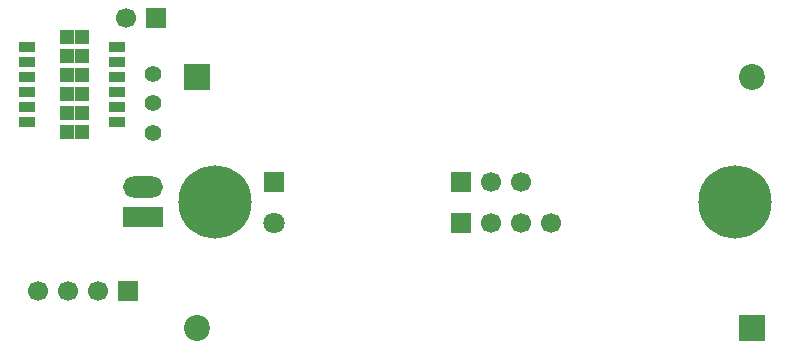
<source format=gbs>
G04 #@! TF.FileFunction,Soldermask,Bot*
%FSLAX46Y46*%
G04 Gerber Fmt 4.6, Leading zero omitted, Abs format (unit mm)*
G04 Created by KiCad (PCBNEW 4.0.1-stable) date 24.01.2016 23:52:11*
%MOMM*%
G01*
G04 APERTURE LIST*
%ADD10C,0.100000*%
%ADD11C,6.200000*%
%ADD12R,1.700000X1.700000*%
%ADD13C,1.700000*%
%ADD14R,1.280000X1.200000*%
%ADD15C,1.400000*%
%ADD16R,1.470000X0.960000*%
%ADD17R,2.200000X2.200000*%
%ADD18C,2.200000*%
%ADD19R,1.800000X1.800000*%
%ADD20C,1.800000*%
%ADD21R,3.400000X1.800000*%
%ADD22O,3.400000X1.800000*%
G04 APERTURE END LIST*
D10*
D11*
X152000000Y-108000000D03*
D12*
X103000000Y-92400000D03*
D13*
X100460000Y-92400000D03*
D14*
X96760000Y-102000000D03*
X95440000Y-102000000D03*
X96760000Y-100400000D03*
X95440000Y-100400000D03*
X96760000Y-98800000D03*
X95440000Y-98800000D03*
X96760000Y-97200000D03*
X95440000Y-97200000D03*
D15*
X102800000Y-97100000D03*
X102800000Y-99600000D03*
X102800000Y-102100000D03*
D14*
X96760000Y-95600000D03*
X95440000Y-95600000D03*
X96760000Y-94000000D03*
X95440000Y-94000000D03*
D11*
X108000000Y-108000000D03*
D16*
X92132000Y-101220000D03*
X92132000Y-99950000D03*
X92132000Y-98680000D03*
X92132000Y-97410000D03*
X92132000Y-96140000D03*
X92132000Y-94870000D03*
X99752000Y-94870000D03*
X99752000Y-96140000D03*
X99752000Y-97410000D03*
X99752000Y-98680000D03*
X99752000Y-99950000D03*
X99752000Y-101220000D03*
D17*
X106500000Y-97400000D03*
D18*
X153500000Y-97400000D03*
D17*
X153500000Y-118600000D03*
D18*
X106500000Y-118600000D03*
D19*
X113000000Y-106250000D03*
D20*
X113000000Y-109750000D03*
D12*
X100610000Y-115500000D03*
D13*
X98070000Y-115500000D03*
X95530000Y-115500000D03*
X92990000Y-115500000D03*
D12*
X128800000Y-106300000D03*
D13*
X131340000Y-106300000D03*
X133880000Y-106300000D03*
D12*
X128800000Y-109700000D03*
D13*
X131340000Y-109700000D03*
X133880000Y-109700000D03*
X136420000Y-109700000D03*
D21*
X101889000Y-109270000D03*
D22*
X101889000Y-106730000D03*
M02*

</source>
